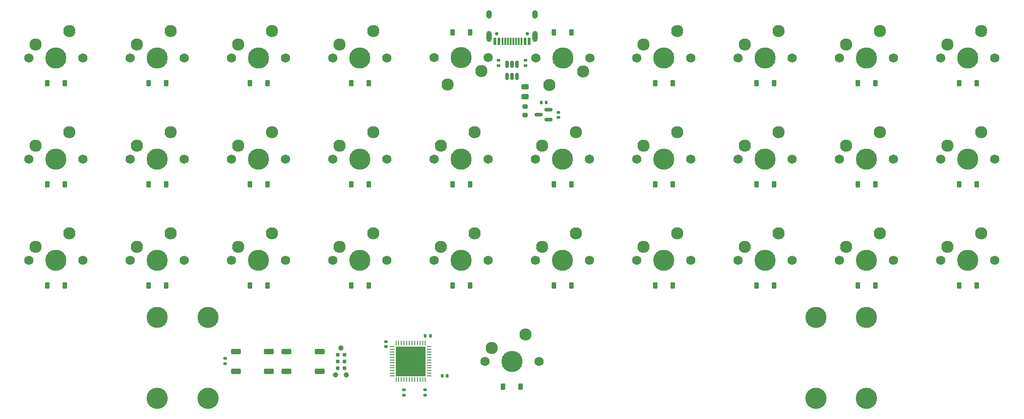
<source format=gbr>
%TF.GenerationSoftware,KiCad,Pcbnew,7.0.7-7.0.7~ubuntu23.04.1*%
%TF.CreationDate,2023-08-22T21:30:14-04:00*%
%TF.ProjectId,KeyboardSpeedrun,4b657962-6f61-4726-9453-706565647275,rev?*%
%TF.SameCoordinates,Original*%
%TF.FileFunction,Soldermask,Bot*%
%TF.FilePolarity,Negative*%
%FSLAX46Y46*%
G04 Gerber Fmt 4.6, Leading zero omitted, Abs format (unit mm)*
G04 Created by KiCad (PCBNEW 7.0.7-7.0.7~ubuntu23.04.1) date 2023-08-22 21:30:14*
%MOMM*%
%LPD*%
G01*
G04 APERTURE LIST*
G04 Aperture macros list*
%AMRoundRect*
0 Rectangle with rounded corners*
0 $1 Rounding radius*
0 $2 $3 $4 $5 $6 $7 $8 $9 X,Y pos of 4 corners*
0 Add a 4 corners polygon primitive as box body*
4,1,4,$2,$3,$4,$5,$6,$7,$8,$9,$2,$3,0*
0 Add four circle primitives for the rounded corners*
1,1,$1+$1,$2,$3*
1,1,$1+$1,$4,$5*
1,1,$1+$1,$6,$7*
1,1,$1+$1,$8,$9*
0 Add four rect primitives between the rounded corners*
20,1,$1+$1,$2,$3,$4,$5,0*
20,1,$1+$1,$4,$5,$6,$7,0*
20,1,$1+$1,$6,$7,$8,$9,0*
20,1,$1+$1,$8,$9,$2,$3,0*%
G04 Aperture macros list end*
%ADD10C,1.750000*%
%ADD11C,3.987800*%
%ADD12C,2.300000*%
%ADD13C,4.000000*%
%ADD14RoundRect,0.062500X0.062500X-0.375000X0.062500X0.375000X-0.062500X0.375000X-0.062500X-0.375000X0*%
%ADD15RoundRect,0.062500X0.375000X-0.062500X0.375000X0.062500X-0.375000X0.062500X-0.375000X-0.062500X0*%
%ADD16R,5.600000X5.600000*%
%ADD17RoundRect,0.225000X-0.225000X-0.375000X0.225000X-0.375000X0.225000X0.375000X-0.225000X0.375000X0*%
%ADD18RoundRect,0.275000X0.625000X0.275000X-0.625000X0.275000X-0.625000X-0.275000X0.625000X-0.275000X0*%
%ADD19RoundRect,0.225000X0.225000X0.375000X-0.225000X0.375000X-0.225000X-0.375000X0.225000X-0.375000X0*%
%ADD20RoundRect,0.135000X-0.185000X0.135000X-0.185000X-0.135000X0.185000X-0.135000X0.185000X0.135000X0*%
%ADD21RoundRect,0.218750X-0.256250X0.218750X-0.256250X-0.218750X0.256250X-0.218750X0.256250X0.218750X0*%
%ADD22RoundRect,0.140000X-0.140000X-0.170000X0.140000X-0.170000X0.140000X0.170000X-0.140000X0.170000X0*%
%ADD23RoundRect,0.150000X0.150000X-0.512500X0.150000X0.512500X-0.150000X0.512500X-0.150000X-0.512500X0*%
%ADD24RoundRect,0.140000X-0.170000X0.140000X-0.170000X-0.140000X0.170000X-0.140000X0.170000X0.140000X0*%
%ADD25RoundRect,0.140000X0.170000X-0.140000X0.170000X0.140000X-0.170000X0.140000X-0.170000X-0.140000X0*%
%ADD26RoundRect,0.150000X0.587500X0.150000X-0.587500X0.150000X-0.587500X-0.150000X0.587500X-0.150000X0*%
%ADD27RoundRect,0.243750X-0.456250X0.243750X-0.456250X-0.243750X0.456250X-0.243750X0.456250X0.243750X0*%
%ADD28C,0.650000*%
%ADD29R,0.600000X1.450000*%
%ADD30R,0.300000X1.450000*%
%ADD31O,1.000000X1.600000*%
%ADD32O,1.000000X2.100000*%
%ADD33C,0.990600*%
%ADD34C,0.787400*%
G04 APERTURE END LIST*
D10*
%TO.C,MX1*%
X78263750Y-59531250D03*
D11*
X83343750Y-59531250D03*
D10*
X88423750Y-59531250D03*
D12*
X79533750Y-56991250D03*
X85883750Y-54451250D03*
%TD*%
D10*
%TO.C,MX28*%
X211613750Y-97631250D03*
D11*
X216693750Y-97631250D03*
D10*
X221773750Y-97631250D03*
D12*
X212883750Y-95091250D03*
X219233750Y-92551250D03*
%TD*%
D10*
%TO.C,MX13*%
X116363750Y-78581250D03*
D11*
X121443750Y-78581250D03*
D10*
X126523750Y-78581250D03*
D12*
X117633750Y-76041250D03*
X123983750Y-73501250D03*
%TD*%
D10*
%TO.C,MX24*%
X135413750Y-97631250D03*
D11*
X140493750Y-97631250D03*
D10*
X145573750Y-97631250D03*
D12*
X136683750Y-95091250D03*
X143033750Y-92551250D03*
%TD*%
D10*
%TO.C,MX9*%
X230663750Y-59531250D03*
D11*
X235743750Y-59531250D03*
D10*
X240823750Y-59531250D03*
D12*
X231933750Y-56991250D03*
X238283750Y-54451250D03*
%TD*%
D10*
%TO.C,MX22*%
X97313750Y-97631250D03*
D11*
X102393750Y-97631250D03*
D10*
X107473750Y-97631250D03*
D12*
X98583750Y-95091250D03*
X104933750Y-92551250D03*
%TD*%
D10*
%TO.C,MX11*%
X78263750Y-78581250D03*
D11*
X83343750Y-78581250D03*
D10*
X88423750Y-78581250D03*
D12*
X79533750Y-76041250D03*
X85883750Y-73501250D03*
%TD*%
D10*
%TO.C,MX12*%
X97313750Y-78581250D03*
D11*
X102393750Y-78581250D03*
D10*
X107473750Y-78581250D03*
D12*
X98583750Y-76041250D03*
X104933750Y-73501250D03*
%TD*%
D10*
%TO.C,MX8*%
X211613750Y-59531250D03*
D11*
X216693750Y-59531250D03*
D10*
X221773750Y-59531250D03*
D12*
X212883750Y-56991250D03*
X219233750Y-54451250D03*
%TD*%
D10*
%TO.C,MX31*%
X163988750Y-116681250D03*
D11*
X169068750Y-116681250D03*
D10*
X174148750Y-116681250D03*
D12*
X165258750Y-114141250D03*
X171608750Y-111601250D03*
%TD*%
D10*
%TO.C,MX19*%
X230663750Y-78581250D03*
D11*
X235743750Y-78581250D03*
D10*
X240823750Y-78581250D03*
D12*
X231933750Y-76041250D03*
X238283750Y-73501250D03*
%TD*%
D10*
%TO.C,MX5*%
X164623750Y-59511250D03*
D11*
X159543750Y-59511250D03*
D10*
X154463750Y-59511250D03*
D12*
X163353750Y-62051250D03*
X157003750Y-64591250D03*
%TD*%
D10*
%TO.C,MX10*%
X249713750Y-59531250D03*
D11*
X254793750Y-59531250D03*
D10*
X259873750Y-59531250D03*
D12*
X250983750Y-56991250D03*
X257333750Y-54451250D03*
%TD*%
D10*
%TO.C,MX18*%
X211613750Y-78581250D03*
D11*
X216693750Y-78581250D03*
D10*
X221773750Y-78581250D03*
D12*
X212883750Y-76041250D03*
X219233750Y-73501250D03*
%TD*%
D10*
%TO.C,MX30*%
X249713750Y-97631250D03*
D11*
X254793750Y-97631250D03*
D10*
X259873750Y-97631250D03*
D12*
X250983750Y-95091250D03*
X257333750Y-92551250D03*
%TD*%
D10*
%TO.C,MX23*%
X116363750Y-97631250D03*
D11*
X121443750Y-97631250D03*
D10*
X126523750Y-97631250D03*
D12*
X117633750Y-95091250D03*
X123983750Y-92551250D03*
%TD*%
D10*
%TO.C,MX14*%
X135413750Y-78581250D03*
D11*
X140493750Y-78581250D03*
D10*
X145573750Y-78581250D03*
D12*
X136683750Y-76041250D03*
X143033750Y-73501250D03*
%TD*%
D10*
%TO.C,MX16*%
X173513750Y-78581250D03*
D11*
X178593750Y-78581250D03*
D10*
X183673750Y-78581250D03*
D12*
X174783750Y-76041250D03*
X181133750Y-73501250D03*
%TD*%
D13*
%TO.C,STAB31*%
X235743750Y-123666250D03*
D11*
X235743750Y-108426250D03*
D13*
X226218750Y-123666250D03*
D11*
X226218750Y-108426250D03*
D13*
X111918750Y-123666250D03*
D11*
X111918750Y-108426250D03*
D13*
X102393750Y-123666250D03*
D11*
X102393750Y-108426250D03*
%TD*%
D10*
%TO.C,MX25*%
X154463750Y-97631250D03*
D11*
X159543750Y-97631250D03*
D10*
X164623750Y-97631250D03*
D12*
X155733750Y-95091250D03*
X162083750Y-92551250D03*
%TD*%
D10*
%TO.C,MX29*%
X230663750Y-97631250D03*
D11*
X235743750Y-97631250D03*
D10*
X240823750Y-97631250D03*
D12*
X231933750Y-95091250D03*
X238283750Y-92551250D03*
%TD*%
D10*
%TO.C,MX2*%
X97313750Y-59531250D03*
D11*
X102393750Y-59531250D03*
D10*
X107473750Y-59531250D03*
D12*
X98583750Y-56991250D03*
X104933750Y-54451250D03*
%TD*%
D10*
%TO.C,MX7*%
X192563750Y-59531250D03*
D11*
X197643750Y-59531250D03*
D10*
X202723750Y-59531250D03*
D12*
X193833750Y-56991250D03*
X200183750Y-54451250D03*
%TD*%
D10*
%TO.C,MX20*%
X249713750Y-78581250D03*
D11*
X254793750Y-78581250D03*
D10*
X259873750Y-78581250D03*
D12*
X250983750Y-76041250D03*
X257333750Y-73501250D03*
%TD*%
D10*
%TO.C,MX17*%
X192563750Y-78581250D03*
D11*
X197643750Y-78581250D03*
D10*
X202723750Y-78581250D03*
D12*
X193833750Y-76041250D03*
X200183750Y-73501250D03*
%TD*%
D10*
%TO.C,MX15*%
X154463750Y-78581250D03*
D11*
X159543750Y-78581250D03*
D10*
X164623750Y-78581250D03*
D12*
X155733750Y-76041250D03*
X162083750Y-73501250D03*
%TD*%
D10*
%TO.C,MX21*%
X78263750Y-97631250D03*
D11*
X83343750Y-97631250D03*
D10*
X88423750Y-97631250D03*
D12*
X79533750Y-95091250D03*
X85883750Y-92551250D03*
%TD*%
D10*
%TO.C,MX6*%
X183693750Y-59531250D03*
D11*
X178613750Y-59531250D03*
D10*
X173533750Y-59531250D03*
D12*
X182423750Y-62071250D03*
X176073750Y-64611250D03*
%TD*%
D10*
%TO.C,MX27*%
X192563750Y-97631250D03*
D11*
X197643750Y-97631250D03*
D10*
X202723750Y-97631250D03*
D12*
X193833750Y-95091250D03*
X200183750Y-92551250D03*
%TD*%
D10*
%TO.C,MX4*%
X135413750Y-59531250D03*
D11*
X140493750Y-59531250D03*
D10*
X145573750Y-59531250D03*
D12*
X136683750Y-56991250D03*
X143033750Y-54451250D03*
%TD*%
D10*
%TO.C,MX26*%
X173513750Y-97631250D03*
D11*
X178593750Y-97631250D03*
D10*
X183673750Y-97631250D03*
D12*
X174783750Y-95091250D03*
X181133750Y-92551250D03*
%TD*%
D10*
%TO.C,MX3*%
X116363750Y-59531250D03*
D11*
X121443750Y-59531250D03*
D10*
X126523750Y-59531250D03*
D12*
X117633750Y-56991250D03*
X123983750Y-54451250D03*
%TD*%
D14*
%TO.C,U1*%
X152768750Y-120118750D03*
X152268750Y-120118750D03*
X151768750Y-120118750D03*
X151268750Y-120118750D03*
X150768750Y-120118750D03*
X150268750Y-120118750D03*
X149768750Y-120118750D03*
X149268750Y-120118750D03*
X148768750Y-120118750D03*
X148268750Y-120118750D03*
X147768750Y-120118750D03*
X147268750Y-120118750D03*
D15*
X146581250Y-119431250D03*
X146581250Y-118931250D03*
X146581250Y-118431250D03*
X146581250Y-117931250D03*
X146581250Y-117431250D03*
X146581250Y-116931250D03*
X146581250Y-116431250D03*
X146581250Y-115931250D03*
X146581250Y-115431250D03*
X146581250Y-114931250D03*
X146581250Y-114431250D03*
X146581250Y-113931250D03*
D14*
X147268750Y-113243750D03*
X147768750Y-113243750D03*
X148268750Y-113243750D03*
X148768750Y-113243750D03*
X149268750Y-113243750D03*
X149768750Y-113243750D03*
X150268750Y-113243750D03*
X150768750Y-113243750D03*
X151268750Y-113243750D03*
X151768750Y-113243750D03*
X152268750Y-113243750D03*
X152768750Y-113243750D03*
D15*
X153456250Y-113931250D03*
X153456250Y-114431250D03*
X153456250Y-114931250D03*
X153456250Y-115431250D03*
X153456250Y-115931250D03*
X153456250Y-116431250D03*
X153456250Y-116931250D03*
X153456250Y-117431250D03*
X153456250Y-117931250D03*
X153456250Y-118431250D03*
X153456250Y-118931250D03*
X153456250Y-119431250D03*
D16*
X150018750Y-116681250D03*
%TD*%
D17*
%TO.C,D11*%
X81693750Y-83343750D03*
X84993750Y-83343750D03*
%TD*%
D18*
%TO.C,SW2*%
X132878125Y-114831250D03*
X126678125Y-114831250D03*
X132878125Y-118531250D03*
X126678125Y-118531250D03*
%TD*%
D17*
%TO.C,D20*%
X253143750Y-83343750D03*
X256443750Y-83343750D03*
%TD*%
%TO.C,D15*%
X157893750Y-83343750D03*
X161193750Y-83343750D03*
%TD*%
%TO.C,D24*%
X138843750Y-102393750D03*
X142143750Y-102393750D03*
%TD*%
D19*
%TO.C,D6*%
X180263750Y-54768750D03*
X176963750Y-54768750D03*
%TD*%
D17*
%TO.C,D1*%
X81693750Y-64293750D03*
X84993750Y-64293750D03*
%TD*%
%TO.C,D31*%
X167418750Y-121443750D03*
X170718750Y-121443750D03*
%TD*%
D20*
%TO.C,R1*%
X166568750Y-59990000D03*
X166568750Y-61010000D03*
%TD*%
D17*
%TO.C,D29*%
X234093750Y-102393750D03*
X237393750Y-102393750D03*
%TD*%
%TO.C,D16*%
X176943750Y-83343750D03*
X180243750Y-83343750D03*
%TD*%
D18*
%TO.C,SW1*%
X123353125Y-114831250D03*
X117153125Y-114831250D03*
X123353125Y-118531250D03*
X117153125Y-118531250D03*
%TD*%
D21*
%TO.C,FB1*%
X171500000Y-68712500D03*
X171500000Y-70287500D03*
%TD*%
D17*
%TO.C,D12*%
X100743750Y-83343750D03*
X104043750Y-83343750D03*
%TD*%
%TO.C,D22*%
X100743750Y-102393750D03*
X104043750Y-102393750D03*
%TD*%
%TO.C,D19*%
X234093750Y-83343750D03*
X237393750Y-83343750D03*
%TD*%
%TO.C,D30*%
X253143750Y-102393750D03*
X256443750Y-102393750D03*
%TD*%
%TO.C,D23*%
X119793750Y-102393750D03*
X123093750Y-102393750D03*
%TD*%
D19*
%TO.C,D5*%
X161193750Y-54748750D03*
X157893750Y-54748750D03*
%TD*%
D17*
%TO.C,D13*%
X119793750Y-83343750D03*
X123093750Y-83343750D03*
%TD*%
%TO.C,D27*%
X195993750Y-102393750D03*
X199293750Y-102393750D03*
%TD*%
%TO.C,D18*%
X215043750Y-83343750D03*
X218343750Y-83343750D03*
%TD*%
D22*
%TO.C,C3*%
X152768750Y-111906250D03*
X153728750Y-111906250D03*
%TD*%
D23*
%TO.C,U2*%
X170018750Y-63050000D03*
X169068750Y-63050000D03*
X168118750Y-63050000D03*
X168118750Y-60775000D03*
X169068750Y-60775000D03*
X170018750Y-60775000D03*
%TD*%
D17*
%TO.C,D4*%
X138843750Y-64293750D03*
X142143750Y-64293750D03*
%TD*%
%TO.C,D25*%
X157893750Y-102393750D03*
X161193750Y-102393750D03*
%TD*%
%TO.C,D10*%
X253143750Y-64293750D03*
X256443750Y-64293750D03*
%TD*%
D24*
%TO.C,C6*%
X148768750Y-122076250D03*
X148768750Y-123036250D03*
%TD*%
D25*
%TO.C,C5*%
X145378750Y-113926250D03*
X145378750Y-112966250D03*
%TD*%
D17*
%TO.C,D14*%
X138843750Y-83343750D03*
X142143750Y-83343750D03*
%TD*%
D26*
%TO.C,U3*%
X175959375Y-69296875D03*
X175959375Y-71196875D03*
X174084375Y-70246875D03*
%TD*%
D24*
%TO.C,C7*%
X152768750Y-122076250D03*
X152768750Y-123036250D03*
%TD*%
D22*
%TO.C,C2*%
X174538750Y-67906250D03*
X175498750Y-67906250D03*
%TD*%
%TO.C,C4*%
X155948750Y-119436250D03*
X156908750Y-119436250D03*
%TD*%
D17*
%TO.C,D26*%
X176943750Y-102393750D03*
X180243750Y-102393750D03*
%TD*%
D27*
%TO.C,F1*%
X171500000Y-65000000D03*
X171500000Y-66875000D03*
%TD*%
D17*
%TO.C,D8*%
X215043750Y-64293750D03*
X218343750Y-64293750D03*
%TD*%
D20*
%TO.C,R3*%
X115115625Y-116096250D03*
X115115625Y-117116250D03*
%TD*%
D17*
%TO.C,D17*%
X195993750Y-83343750D03*
X199293750Y-83343750D03*
%TD*%
D28*
%TO.C,J1*%
X166178750Y-54987500D03*
X171958750Y-54987500D03*
D29*
X165818750Y-56432500D03*
X166618750Y-56432500D03*
D30*
X167818750Y-56432500D03*
X168818750Y-56432500D03*
X169318750Y-56432500D03*
X170318750Y-56432500D03*
D29*
X171518750Y-56432500D03*
X172318750Y-56432500D03*
X172318750Y-56432500D03*
X171518750Y-56432500D03*
D30*
X170818750Y-56432500D03*
X169818750Y-56432500D03*
X168318750Y-56432500D03*
X167318750Y-56432500D03*
D29*
X166618750Y-56432500D03*
X165818750Y-56432500D03*
D31*
X164748750Y-51337500D03*
D32*
X164748750Y-55517500D03*
D31*
X173388750Y-51337500D03*
D32*
X173388750Y-55517500D03*
%TD*%
D17*
%TO.C,D9*%
X234093750Y-64293750D03*
X237393750Y-64293750D03*
%TD*%
%TO.C,D7*%
X195993750Y-64293750D03*
X199293750Y-64293750D03*
%TD*%
D25*
%TO.C,C1*%
X177788750Y-70726250D03*
X177788750Y-69766250D03*
%TD*%
D17*
%TO.C,D3*%
X119793750Y-64293750D03*
X123093750Y-64293750D03*
%TD*%
%TO.C,D28*%
X215043750Y-102393750D03*
X218343750Y-102393750D03*
%TD*%
%TO.C,D21*%
X81693750Y-102393750D03*
X84993750Y-102393750D03*
%TD*%
D33*
%TO.C,J2*%
X136921875Y-114141250D03*
X137937875Y-119221250D03*
X135905875Y-119221250D03*
D34*
X137556875Y-115411250D03*
X136286875Y-115411250D03*
X137556875Y-116681250D03*
X136286875Y-116681250D03*
X137556875Y-117951250D03*
X136286875Y-117951250D03*
%TD*%
D17*
%TO.C,D2*%
X100743750Y-64293750D03*
X104043750Y-64293750D03*
%TD*%
D20*
%TO.C,R2*%
X171568750Y-59990000D03*
X171568750Y-61010000D03*
%TD*%
M02*

</source>
